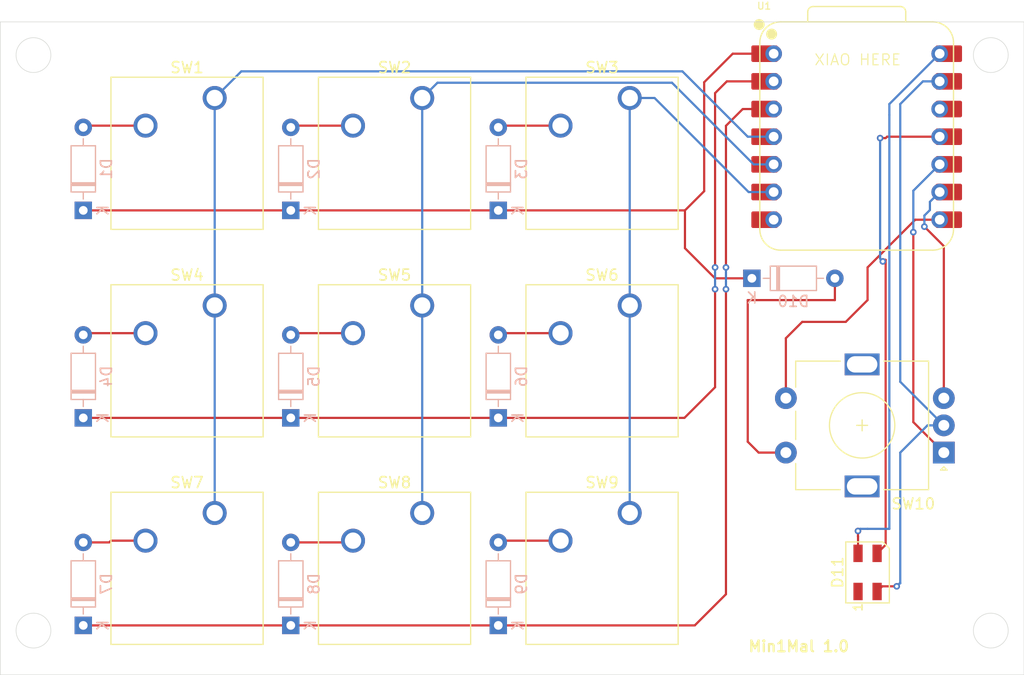
<source format=kicad_pcb>
(kicad_pcb (version 20240108) (generator "pcbnew") (generator_version "8.0")
  (layers (0 "F.Cu" signal) (31 "B.Cu" signal) (34 "B.Paste" user) (35 "F.Paste" user) (36 "B.SilkS" user "B.Silkscreen") (37 "F.SilkS" user "F.Silkscreen") (38 "B.Mask" user) (39 "F.Mask" user) (44 "Edge.Cuts" user))
  (net 0 "")
  (net 1 "GND")
  (net 2 "Row 0")
  (net 3 "Net-(D1-A)")
  (net 4 "Net-(D2-A)")
  (net 5 "Net-(D3-A)")
  (net 6 "Row 1")
  (net 7 "Net-(D4-A)")
  (net 8 "Net-(D5-A)")
  (net 9 "Net-(D6-A)")
  (net 10 "Net-(D7-A)")
  (net 11 "Row 2")
  (net 12 "Net-(D8-A)")
  (net 13 "Net-(D9-A)")
  (net 14 "Column 0")
  (net 15 "Column 2")
  (net 16 "Column 3")
  (net 17 "ECSW-A")
  (net 18 "VCC")
  (net 20 "LED")
  (net 22 "Column 1")
  (net 23 "EC-A")
  (net 24 "EC-B")
  (footprint "Button_Switch_Keyboard:SW_Cherry_MX_1.00u_PCB" (layer "F.Cu") (at 116.5225 66.3575)
    (property "Reference" "SW7" (at -2.54 -2.794 0) (layer "F.SilkS"))
    (property "Value" "SW_Push_45deg")
    (fp_line (start -9.525 -1.905) (end 4.445 -1.905) (stroke (width 0.12)) (layer "F.SilkS"))
    (fp_line (start -9.525 12.065) (end -9.525 -1.905) (stroke (width 0.12)) (layer "F.SilkS"))
    (fp_line (start 4.445 -1.905) (end 4.445 12.065) (stroke (width 0.12)) (layer "F.SilkS"))
    (fp_line (start 4.445 12.065) (end -9.525 12.065) (stroke (width 0.12)) (layer "F.SilkS"))
    (pad "" np_thru_hole circle (at -7.62 5.08) (size 1.7 1.7) (drill 1.7) (layers "*.Cu" "*.Mask"))
    (pad "" np_thru_hole circle (at -2.54 5.08) (size 4 4) (drill 4) (layers "*.Cu" "*.Mask"))
    (pad "" np_thru_hole circle (at 2.54 5.08) (size 1.7 1.7) (drill 1.7) (layers "*.Cu" "*.Mask"))
    (pad "1" thru_hole circle (at 0 0) (size 2.2 2.2) (drill 1.5) (layers "*.Cu" "*.Mask") (net 14 "Column 0"))
    (pad "2" thru_hole circle (at -6.35 2.54) (size 2.2 2.2) (drill 1.5) (layers "*.Cu" "*.Mask") (net 10 "Net-(D7-A)"))
  )
  (footprint "Button_Switch_Keyboard:SW_Cherry_MX_1.00u_PCB" (layer "F.Cu") (at 116.5225 28.2575)
    (property "Reference" "SW1" (at -2.54 -2.794 0) (layer "F.SilkS"))
    (property "Value" "SW_Push_45deg")
    (fp_line (start -9.525 -1.905) (end 4.445 -1.905) (stroke (width 0.12)) (layer "F.SilkS"))
    (fp_line (start -9.525 12.065) (end -9.525 -1.905) (stroke (width 0.12)) (layer "F.SilkS"))
    (fp_line (start 4.445 -1.905) (end 4.445 12.065) (stroke (width 0.12)) (layer "F.SilkS"))
    (fp_line (start 4.445 12.065) (end -9.525 12.065) (stroke (width 0.12)) (layer "F.SilkS"))
    (pad "" np_thru_hole circle (at -7.62 5.08) (size 1.7 1.7) (drill 1.7) (layers "*.Cu" "*.Mask"))
    (pad "" np_thru_hole circle (at -2.54 5.08) (size 4 4) (drill 4) (layers "*.Cu" "*.Mask"))
    (pad "" np_thru_hole circle (at 2.54 5.08) (size 1.7 1.7) (drill 1.7) (layers "*.Cu" "*.Mask"))
    (pad "1" thru_hole circle (at 0 0) (size 2.2 2.2) (drill 1.5) (layers "*.Cu" "*.Mask") (net 14 "Column 0"))
    (pad "2" thru_hole circle (at -6.35 2.54) (size 2.2 2.2) (drill 1.5) (layers "*.Cu" "*.Mask") (net 3 "Net-(D1-A)"))
  )
  (footprint "Rotary_Encoder:RotaryEncoder_Alps_EC11E-Switch_Vertical_H20mm" (layer "F.Cu") (at 183.4575 60.8125 180)
    (property "Reference" "SW10" (at 2.8 -4.7 0) (layer "F.SilkS"))
    (property "Value" "RotaryEncoder_Switch")
    (fp_line (start 13.6 8.4) (end 9.5 8.4) (stroke (width 0.12)) (layer "F.SilkS"))
    (fp_line (start 13.6 6) (end 13.6 8.4) (stroke (width 0.12)) (layer "F.SilkS"))
    (fp_line (start 13.6 1.2) (end 13.6 3.8) (stroke (width 0.12)) (layer "F.SilkS"))
    (fp_line (start 13.6 -3.4) (end 13.6 -1) (stroke (width 0.12)) (layer "F.SilkS"))
    (fp_line (start 9.5 -3.4) (end 13.6 -3.4) (stroke (width 0.12)) (layer "F.SilkS"))
    (fp_line (start 7.5 2) (end 7.5 3) (stroke (width 0.12)) (layer "F.SilkS"))
    (fp_line (start 7 2.5) (end 8 2.5) (stroke (width 0.12)) (layer "F.SilkS"))
    (fp_line (start 5.5 8.4) (end 1.4 8.4) (stroke (width 0.12)) (layer "F.SilkS"))
    (fp_line (start 5.5 -3.4) (end 1.4 -3.4) (stroke (width 0.12)) (layer "F.SilkS"))
    (fp_line (start 1.4 -3.4) (end 1.4 8.4) (stroke (width 0.12)) (layer "F.SilkS"))
    (fp_line (start 0.3 -1.6) (end 0 -1.3) (stroke (width 0.12)) (layer "F.SilkS"))
    (fp_line (start 0 -1.3) (end -0.3 -1.6) (stroke (width 0.12)) (layer "F.SilkS"))
    (fp_line (start -0.3 -1.6) (end 0.3 -1.6) (stroke (width 0.12)) (layer "F.SilkS"))
    (fp_circle (center 7.5 2.5) (end 10.5 2.5) (stroke (width 0.12)) (fill none) (layer "F.SilkS"))
    (pad "A" thru_hole rect (at 0 0 180) (size 2 2) (drill 1) (layers "*.Cu" "*.Mask") (net 23 "EC-A"))
    (pad "B" thru_hole circle (at 0 5 180) (size 2 2) (drill 1) (layers "*.Cu" "*.Mask") (net 24 "EC-B"))
    (pad "C" thru_hole circle (at 0 2.5 180) (size 2 2) (drill 1) (layers "*.Cu" "*.Mask") (net 1 "GND"))
    (pad "MP" thru_hole rect (at 7.5 -3.1 180) (size 3.2 2) (drill oval 2.8 1.5) (layers "*.Cu" "*.Mask"))
    (pad "MP" thru_hole rect (at 7.5 8.1 180) (size 3.2 2) (drill oval 2.8 1.5) (layers "*.Cu" "*.Mask"))
    (pad "S1" thru_hole circle (at 14.5 5 180) (size 2 2) (drill 1) (layers "*.Cu" "*.Mask") (net 16 "Column 3"))
    (pad "S2" thru_hole circle (at 14.5 0 180) (size 2 2) (drill 1) (layers "*.Cu" "*.Mask") (net 17 "ECSW-A"))
  )
  (footprint "Button_Switch_Keyboard:SW_Cherry_MX_1.00u_PCB" (layer "F.Cu") (at 135.5725 28.2575)
    (property "Reference" "SW2" (at -2.54 -2.794 0) (layer "F.SilkS"))
    (property "Value" "SW_Push_45deg")
    (fp_line (start -9.525 -1.905) (end 4.445 -1.905) (stroke (width 0.12)) (layer "F.SilkS"))
    (fp_line (start -9.525 12.065) (end -9.525 -1.905) (stroke (width 0.12)) (layer "F.SilkS"))
    (fp_line (start 4.445 -1.905) (end 4.445 12.065) (stroke (width 0.12)) (layer "F.SilkS"))
    (fp_line (start 4.445 12.065) (end -9.525 12.065) (stroke (width 0.12)) (layer "F.SilkS"))
    (pad "" np_thru_hole circle (at -7.62 5.08) (size 1.7 1.7) (drill 1.7) (layers "*.Cu" "*.Mask"))
    (pad "" np_thru_hole circle (at -2.54 5.08) (size 4 4) (drill 4) (layers "*.Cu" "*.Mask"))
    (pad "" np_thru_hole circle (at 2.54 5.08) (size 1.7 1.7) (drill 1.7) (layers "*.Cu" "*.Mask"))
    (pad "1" thru_hole circle (at 0 0) (size 2.2 2.2) (drill 1.5) (layers "*.Cu" "*.Mask") (net 22 "Column 1"))
    (pad "2" thru_hole circle (at -6.35 2.54) (size 2.2 2.2) (drill 1.5) (layers "*.Cu" "*.Mask") (net 4 "Net-(D2-A)"))
  )
  (footprint "Button_Switch_Keyboard:SW_Cherry_MX_1.00u_PCB" (layer "F.Cu") (at 135.5725 66.3575)
    (property "Reference" "SW8" (at -2.54 -2.794 0) (layer "F.SilkS"))
    (property "Value" "SW_Push_45deg")
    (fp_line (start -9.525 -1.905) (end 4.445 -1.905) (stroke (width 0.12)) (layer "F.SilkS"))
    (fp_line (start -9.525 12.065) (end -9.525 -1.905) (stroke (width 0.12)) (layer "F.SilkS"))
    (fp_line (start 4.445 -1.905) (end 4.445 12.065) (stroke (width 0.12)) (layer "F.SilkS"))
    (fp_line (start 4.445 12.065) (end -9.525 12.065) (stroke (width 0.12)) (layer "F.SilkS"))
    (pad "" np_thru_hole circle (at -7.62 5.08) (size 1.7 1.7) (drill 1.7) (layers "*.Cu" "*.Mask"))
    (pad "" np_thru_hole circle (at -2.54 5.08) (size 4 4) (drill 4) (layers "*.Cu" "*.Mask"))
    (pad "" np_thru_hole circle (at 2.54 5.08) (size 1.7 1.7) (drill 1.7) (layers "*.Cu" "*.Mask"))
    (pad "1" thru_hole circle (at 0 0) (size 2.2 2.2) (drill 1.5) (layers "*.Cu" "*.Mask") (net 22 "Column 1"))
    (pad "2" thru_hole circle (at -6.35 2.54) (size 2.2 2.2) (drill 1.5) (layers "*.Cu" "*.Mask") (net 12 "Net-(D8-A)"))
  )
  (footprint "Button_Switch_Keyboard:SW_Cherry_MX_1.00u_PCB" (layer "F.Cu") (at 154.6225 28.2575)
    (property "Reference" "SW3" (at -2.54 -2.794 0) (layer "F.SilkS"))
    (property "Value" "SW_Push_45deg")
    (fp_line (start -9.525 -1.905) (end 4.445 -1.905) (stroke (width 0.12)) (layer "F.SilkS"))
    (fp_line (start -9.525 12.065) (end -9.525 -1.905) (stroke (width 0.12)) (layer "F.SilkS"))
    (fp_line (start 4.445 -1.905) (end 4.445 12.065) (stroke (width 0.12)) (layer "F.SilkS"))
    (fp_line (start 4.445 12.065) (end -9.525 12.065) (stroke (width 0.12)) (layer "F.SilkS"))
    (pad "" np_thru_hole circle (at -7.62 5.08) (size 1.7 1.7) (drill 1.7) (layers "*.Cu" "*.Mask"))
    (pad "" np_thru_hole circle (at -2.54 5.08) (size 4 4) (drill 4) (layers "*.Cu" "*.Mask"))
    (pad "" np_thru_hole circle (at 2.54 5.08) (size 1.7 1.7) (drill 1.7) (layers "*.Cu" "*.Mask"))
    (pad "1" thru_hole circle (at 0 0) (size 2.2 2.2) (drill 1.5) (layers "*.Cu" "*.Mask") (net 15 "Column 2"))
    (pad "2" thru_hole circle (at -6.35 2.54) (size 2.2 2.2) (drill 1.5) (layers "*.Cu" "*.Mask") (net 5 "Net-(D3-A)"))
  )
  (footprint "XIAO2040:XIAO-RP2040-DIP" (layer "F.Cu") (at 175.4575 31.8125)
    (property "Reference" "U1" (at -8.5 -12 0) (layer "F.SilkS") (effects (font (size 0.635 0.635) (thickness 0.1016))))
    (property "Value" "MOUDLE-SEEEDUINO-XIAO")
    (fp_line (start -8.89 8.509) (end -8.89 -8.636) (stroke (width 0.127)) (layer "F.SilkS"))
    (fp_line (start -6.985 10.414) (end 6.985 10.414) (stroke (width 0.127)) (layer "F.SilkS"))
    (fp_line (start -4.495 -10.541) (end -4.491272 -11.451272) (stroke (width 0.127)) (layer "F.SilkS"))
    (fp_line (start -3.991272 -11.951) (end 4.004 -11.951) (stroke (width 0.127)) (layer "F.SilkS"))
    (fp_line (start 4.504 -11.451) (end 4.504 -10.541) (stroke (width 0.127)) (layer "F.SilkS"))
    (fp_line (start 6.985 -10.541) (end -6.985 -10.541) (stroke (width 0.1)) (layer "F.SilkS"))
    (fp_line (start 6.985 -10.541) (end -6.985 -10.541) (stroke (width 0.127)) (layer "F.SilkS"))
    (fp_line (start 8.89 8.509) (end 8.89 -8.636) (stroke (width 0.127)) (layer "F.SilkS"))
    (fp_arc (start -8.89 -8.636) (mid -8.332038 -9.983038) (end -6.985 -10.541) (stroke (width 0.127)) (layer "F.SilkS"))
    (fp_arc (start -6.985 10.414) (mid -8.332038 9.856038) (end -8.89 8.509) (stroke (width 0.127)) (layer "F.SilkS"))
    (fp_arc (start -4.491272 -11.451272) (mid -4.344724 -11.804644) (end -3.991272 -11.951) (stroke (width 0.127)) (layer "F.SilkS"))
    (fp_arc (start 4.004 -11.951) (mid 4.357553 -11.804553) (end 4.504 -11.451) (stroke (width 0.127)) (layer "F.SilkS"))
    (fp_arc (start 6.985 -10.541) (mid 8.332038 -9.983038) (end 8.89 -8.636) (stroke (width 0.127)) (layer "F.SilkS"))
    (fp_arc (start 8.89 8.509) (mid 8.332038 9.856038) (end 6.985 10.414) (stroke (width 0.127)) (layer "F.SilkS"))
    (fp_circle (center -8.95 -10.3) (end -8.95 -10.554) (stroke (width 0.5)) (fill solid) (layer "F.SilkS"))
    (fp_circle (center -7.807 -9.42) (end -7.807 -9.674) (stroke (width 0.5)) (fill solid) (layer "F.SilkS"))
    (pad "1" smd roundrect (at -8.455 -7.62 180) (size 2.432 1.524) (layers "F.Cu" "F.Mask") (roundrect_rratio 0.1) (net 2 "Row 0"))
    (pad "1" thru_hole circle (at -7.62 -7.62 180) (size 1.524 1.524) (drill 0.889) (layers "*.Cu" "*.Mask") (net 2 "Row 0"))
    (pad "2" smd roundrect (at -8.455 -5.08 180) (size 2.432 1.524) (layers "F.Cu" "F.Mask") (roundrect_rratio 0.1) (net 6 "Row 1"))
    (pad "2" thru_hole circle (at -7.62 -5.08 180) (size 1.524 1.524) (drill 0.889) (layers "*.Cu" "*.Mask") (net 6 "Row 1"))
    (pad "3" smd roundrect (at -8.455 -2.54 180) (size 2.432 1.524) (layers "F.Cu" "F.Mask") (roundrect_rratio 0.1) (net 11 "Row 2"))
    (pad "3" thru_hole circle (at -7.62 -2.54 180) (size 1.524 1.524) (drill 0.889) (layers "*.Cu" "*.Mask") (net 11 "Row 2"))
    (pad "4" smd roundrect (at -8.455 0 180) (size 2.432 1.524) (layers "F.Cu" "F.Mask") (roundrect_rratio 0.1) (net 14 "Column 0"))
    (pad "4" thru_hole circle (at -7.62 0 180) (size 1.524 1.524) (drill 0.889) (layers "*.Cu" "*.Mask") (net 14 "Column 0"))
    (pad "5" smd roundrect (at -8.455 2.54 180) (size 2.432 1.524) (layers "F.Cu" "F.Mask") (roundrect_rratio 0.1) (net 22 "Column 1"))
    (pad "5" thru_hole circle (at -7.62 2.54 180) (size 1.524 1.524) (drill 0.889) (layers "*.Cu" "*.Mask") (net 22 "Column 1"))
    (pad "6" smd roundrect (at -8.455 5.08 180) (size 2.432 1.524) (layers "F.Cu" "F.Mask") (roundrect_rratio 0.1) (net 15 "Column 2"))
    (pad "6" thru_hole circle (at -7.62 5.08 180) (size 1.524 1.524) (drill 0.889) (layers "*.Cu" "*.Mask") (net 15 "Column 2"))
    (pad "7" smd roundrect (at -8.455 7.62 180) (size 2.432 1.524) (layers "F.Cu" "F.Mask") (roundrect_rratio 0.1))
    (pad "7" thru_hole circle (at -7.62 7.62 180) (size 1.524 1.524) (drill 0.889) (layers "*.Cu" "*.Mask"))
    (pad "8" thru_hole circle (at 7.62 7.62) (size 1.524 1.524) (drill 0.889) (layers "*.Cu" "*.Mask") (net 16 "Column 3"))
    (pad "8" smd roundrect (at 8.455 7.62) (size 2.432 1.524) (layers "F.Cu" "F.Mask") (roundrect_rratio 0.1) (net 16 "Column 3"))
    (pad "9" thru_hole circle (at 7.62 5.08) (size 1.524 1.524) (drill 0.889) (layers "*.Cu" "*.Mask") (net 24 "EC-B"))
    (pad "9" smd roundrect (at 8.455 5.08) (size 2.432 1.524) (layers "F.Cu" "F.Mask") (roundrect_rratio 0.1) (net 24 "EC-B"))
    (pad "10" thru_hole circle (at 7.62 2.54) (size 1.524 1.524) (drill 0.889) (layers "*.Cu" "*.Mask") (net 23 "EC-A"))
    (pad "10" smd roundrect (at 8.455 2.54) (size 2.432 1.524) (layers "F.Cu" "F.Mask") (roundrect_rratio 0.1) (net 23 "EC-A"))
    (pad "11" thru_hole circle (at 7.62 0) (size 1.524 1.524) (drill 0.889) (layers "*.Cu" "*.Mask") (net 20 "LED"))
    (pad "11" smd roundrect (at 8.455 0) (size 2.432 1.524) (layers "F.Cu" "F.Mask") (roundrect_rratio 0.1) (net 20 "LED"))
    (pad "12" thru_hole circle (at 7.62 -2.54) (size 1.524 1.524) (drill 0.889) (layers "*.Cu" "*.Mask"))
    (pad "12" smd roundrect (at 8.455 -2.54) (size 2.432 1.524) (layers "F.Cu" "F.Mask") (roundrect_rratio 0.1))
    (pad "13" thru_hole circle (at 7.62 -5.08) (size 1.524 1.524) (drill 0.889) (layers "*.Cu" "*.Mask") (net 1 "GND"))
    (pad "13" smd roundrect (at 8.455 -5.08) (size 2.432 1.524) (layers "F.Cu" "F.Mask") (roundrect_rratio 0.1) (net 1 "GND"))
    (pad "14" thru_hole circle (at 7.62 -7.62) (size 1.524 1.524) (drill 0.889) (layers "*.Cu" "*.Mask") (net 18 "VCC"))
    (pad "14" smd roundrect (at 8.455 -7.62) (size 2.432 1.524) (layers "F.Cu" "F.Mask") (roundrect_rratio 0.1) (net 18 "VCC"))
  )
  (footprint "Button_Switch_Keyboard:SW_Cherry_MX_1.00u_PCB" (layer "F.Cu") (at 154.6225 47.3075)
    (property "Reference" "SW6" (at -2.54 -2.794 0) (layer "F.SilkS"))
    (property "Value" "SW_Push_45deg")
    (fp_line (start -9.525 -1.905) (end 4.445 -1.905) (stroke (width 0.12)) (layer "F.SilkS"))
    (fp_line (start -9.525 12.065) (end -9.525 -1.905) (stroke (width 0.12)) (layer "F.SilkS"))
    (fp_line (start 4.445 -1.905) (end 4.445 12.065) (stroke (width 0.12)) (layer "F.SilkS"))
    (fp_line (start 4.445 12.065) (end -9.525 12.065) (stroke (width 0.12)) (layer "F.SilkS"))
    (pad "" np_thru_hole circle (at -7.62 5.08) (size 1.7 1.7) (drill 1.7) (layers "*.Cu" "*.Mask"))
    (pad "" np_thru_hole circle (at -2.54 5.08) (size 4 4) (drill 4) (layers "*.Cu" "*.Mask"))
    (pad "" np_thru_hole circle (at 2.54 5.08) (size 1.7 1.7) (drill 1.7) (layers "*.Cu" "*.Mask"))
    (pad "1" thru_hole circle (at 0 0) (size 2.2 2.2) (drill 1.5) (layers "*.Cu" "*.Mask") (net 15 "Column 2"))
    (pad "2" thru_hole circle (at -6.35 2.54) (size 2.2 2.2) (drill 1.5) (layers "*.Cu" "*.Mask") (net 9 "Net-(D6-A)"))
  )
  (footprint "LED_SMD:LED_SK6812MINI_PLCC4_3.5x3.5mm_P1.75mm" (layer "F.Cu") (at 176.4575 71.8125 90)
    (property "Reference" "D11" (at 0 -2.75 90) (layer "F.SilkS"))
    (property "Value" "SK6812MINI")
    (fp_line (start -2.8 -2) (end 2.8 -2) (stroke (width 0.12)) (layer "F.SilkS"))
    (fp_line (start -2.8 -2) (end -2.8 2) (stroke (width 0.12)) (layer "F.SilkS"))
    (fp_line (start 2.8 1.4) (end 2.8 -2) (stroke (width 0.12)) (layer "F.SilkS"))
    (fp_line (start 2.8 1.4) (end 2.2 2) (stroke (width 0.12)) (layer "F.SilkS"))
    (fp_line (start -2.8 2) (end 2.2 2) (stroke (width 0.12)) (layer "F.SilkS"))
    (fp_text user "1" (at -3.2 -0.875 90) (layer "F.SilkS") (effects (font (size 0.8 0.8))))
    (pad "1" smd rect (at -1.75 -0.875 90) (size 1.6 0.85) (layers "F.Cu" "F.Paste" "F.Mask"))
    (pad "2" smd rect (at -1.75 0.875 90) (size 1.6 0.85) (layers "F.Cu" "F.Paste" "F.Mask") (net 1 "GND"))
    (pad "3" smd rect (at 1.75 0.875 90) (size 1.6 0.85) (layers "F.Cu" "F.Paste" "F.Mask") (net 20 "LED"))
    (pad "4" smd rect (at 1.75 -0.875 90) (size 1.6 0.85) (layers "F.Cu" "F.Paste" "F.Mask") (net 18 "VCC"))
  )
  (footprint "Button_Switch_Keyboard:SW_Cherry_MX_1.00u_PCB" (layer "F.Cu") (at 116.5225 47.3075)
    (property "Reference" "SW4" (at -2.54 -2.794 0) (layer "F.SilkS"))
    (property "Value" "SW_Push_45deg")
    (fp_line (start -9.525 -1.905) (end 4.445 -1.905) (stroke (width 0.12)) (layer "F.SilkS"))
    (fp_line (start -9.525 12.065) (end -9.525 -1.905) (stroke (width 0.12)) (layer "F.SilkS"))
    (fp_line (start 4.445 -1.905) (end 4.445 12.065) (stroke (width 0.12)) (layer "F.SilkS"))
    (fp_line (start 4.445 12.065) (end -9.525 12.065) (stroke (width 0.12)) (layer "F.SilkS"))
    (pad "" np_thru_hole circle (at -7.62 5.08) (size 1.7 1.7) (drill 1.7) (layers "*.Cu" "*.Mask"))
    (pad "" np_thru_hole circle (at -2.54 5.08) (size 4 4) (drill 4) (layers "*.Cu" "*.Mask"))
    (pad "" np_thru_hole circle (at 2.54 5.08) (size 1.7 1.7) (drill 1.7) (layers "*.Cu" "*.Mask"))
    (pad "1" thru_hole circle (at 0 0) (size 2.2 2.2) (drill 1.5) (layers "*.Cu" "*.Mask") (net 14 "Column 0"))
    (pad "2" thru_hole circle (at -6.35 2.54) (size 2.2 2.2) (drill 1.5) (layers "*.Cu" "*.Mask") (net 7 "Net-(D4-A)"))
  )
  (footprint "Button_Switch_Keyboard:SW_Cherry_MX_1.00u_PCB" (layer "F.Cu") (at 154.6225 66.3575)
    (property "Reference" "SW9" (at -2.54 -2.794 0) (layer "F.SilkS"))
    (property "Value" "SW_Push_45deg")
    (fp_line (start -9.525 -1.905) (end 4.445 -1.905) (stroke (width 0.12)) (layer "F.SilkS"))
    (fp_line (start -9.525 12.065) (end -9.525 -1.905) (stroke (width 0.12)) (layer "F.SilkS"))
    (fp_line (start 4.445 -1.905) (end 4.445 12.065) (stroke (width 0.12)) (layer "F.SilkS"))
    (fp_line (start 4.445 12.065) (end -9.525 12.065) (stroke (width 0.12)) (layer "F.SilkS"))
    (pad "" np_thru_hole circle (at -7.62 5.08) (size 1.7 1.7) (drill 1.7) (layers "*.Cu" "*.Mask"))
    (pad "" np_thru_hole circle (at -2.54 5.08) (size 4 4) (drill 4) (layers "*.Cu" "*.Mask"))
    (pad "" np_thru_hole circle (at 2.54 5.08) (size 1.7 1.7) (drill 1.7) (layers "*.Cu" "*.Mask"))
    (pad "1" thru_hole circle (at 0 0) (size 2.2 2.2) (drill 1.5) (layers "*.Cu" "*.Mask") (net 15 "Column 2"))
    (pad "2" thru_hole circle (at -6.35 2.54) (size 2.2 2.2) (drill 1.5) (layers "*.Cu" "*.Mask") (net 13 "Net-(D9-A)"))
  )
  (footprint "Button_Switch_Keyboard:SW_Cherry_MX_1.00u_PCB" (layer "F.Cu") (at 135.5725 47.3075)
    (property "Reference" "SW5" (at -2.54 -2.794 0) (layer "F.SilkS"))
    (property "Value" "SW_Push_45deg")
    (fp_line (start -9.525 -1.905) (end 4.445 -1.905) (stroke (width 0.12)) (layer "F.SilkS"))
    (fp_line (start -9.525 12.065) (end -9.525 -1.905) (stroke (width 0.12)) (layer "F.SilkS"))
    (fp_line (start 4.445 -1.905) (end 4.445 12.065) (stroke (width 0.12)) (layer "F.SilkS"))
    (fp_line (start 4.445 12.065) (end -9.525 12.065) (stroke (width 0.12)) (layer "F.SilkS"))
    (pad "" np_thru_hole circle (at -7.62 5.08) (size 1.7 1.7) (drill 1.7) (layers "*.Cu" "*.Mask"))
    (pad "" np_thru_hole circle (at -2.54 5.08) (size 4 4) (drill 4) (layers "*.Cu" "*.Mask"))
    (pad "" np_thru_hole circle (at 2.54 5.08) (size 1.7 1.7) (drill 1.7) (layers "*.Cu" "*.Mask"))
    (pad "1" thru_hole circle (at 0 0) (size 2.2 2.2) (drill 1.5) (layers "*.Cu" "*.Mask") (net 22 "Column 1"))
    (pad "2" thru_hole circle (at -6.35 2.54) (size 2.2 2.2) (drill 1.5) (layers "*.Cu" "*.Mask") (net 8 "Net-(D5-A)"))
  )
  (footprint "Diode_THT:D_DO-35_SOD27_P7.62mm_Horizontal" (layer "B.Cu") (at 104.4575 76.67625 90)
    (property "Reference" "D7" (at 3.81 2.12 -90) (layer "B.SilkS") (effects (justify mirror)))
    (property "Value" "D")
    (fp_line (start 5.93 -1.12) (end 1.69 -1.12) (stroke (width 0.12)) (layer "B.SilkS"))
    (fp_line (start 2.53 -1.12) (end 2.53 1.12) (stroke (width 0.12)) (layer "B.SilkS"))
    (fp_line (start 2.41 -1.12) (end 2.41 1.12) (stroke (width 0.12)) (layer "B.SilkS"))
    (fp_line (start 2.29 -1.12) (end 2.29 1.12) (stroke (width 0.12)) (layer "B.SilkS"))
    (fp_line (start 1.69 -1.12) (end 1.69 1.12) (stroke (width 0.12)) (layer "B.SilkS"))
    (fp_line (start 5.93 0) (end 6.58 0) (stroke (width 0.12)) (layer "B.SilkS"))
    (fp_line (start 1.69 0) (end 1.04 0) (stroke (width 0.12)) (layer "B.SilkS"))
    (fp_line (start 5.93 1.12) (end 5.93 -1.12) (stroke (width 0.12)) (layer "B.SilkS"))
    (fp_line (start 1.69 1.12) (end 5.93 1.12) (stroke (width 0.12)) (layer "B.SilkS"))
    (fp_text user "K" (at 0 1.8 -90) (layer "B.SilkS") (effects (justify mirror)))
    (pad "1" thru_hole rect (at 0 0 90) (size 1.6 1.6) (drill 0.8) (layers "*.Cu" "*.Mask") (net 11 "Row 2"))
    (pad "2" thru_hole oval (at 7.62 0 90) (size 1.6 1.6) (drill 0.8) (layers "*.Cu" "*.Mask") (net 10 "Net-(D7-A)"))
  )
  (footprint "Diode_THT:D_DO-35_SOD27_P7.62mm_Horizontal" (layer "B.Cu") (at 123.5075 38.57625 90)
    (property "Reference" "D2" (at 3.81 2.12 -90) (layer "B.SilkS") (effects (justify mirror)))
    (property "Value" "D")
    (fp_line (start 5.93 -1.12) (end 1.69 -1.12) (stroke (width 0.12)) (layer "B.SilkS"))
    (fp_line (start 2.53 -1.12) (end 2.53 1.12) (stroke (width 0.12)) (layer "B.SilkS"))
    (fp_line (start 2.41 -1.12) (end 2.41 1.12) (stroke (width 0.12)) (layer "B.SilkS"))
    (fp_line (start 2.29 -1.12) (end 2.29 1.12) (stroke (width 0.12)) (layer "B.SilkS"))
    (fp_line (start 1.69 -1.12) (end 1.69 1.12) (stroke (width 0.12)) (layer "B.SilkS"))
    (fp_line (start 5.93 0) (end 6.58 0) (stroke (width 0.12)) (layer "B.SilkS"))
    (fp_line (start 1.69 0) (end 1.04 0) (stroke (width 0.12)) (layer "B.SilkS"))
    (fp_line (start 5.93 1.12) (end 5.93 -1.12) (stroke (width 0.12)) (layer "B.SilkS"))
    (fp_line (start 1.69 1.12) (end 5.93 1.12) (stroke (width 0.12)) (layer "B.SilkS"))
    (fp_text user "K" (at 0 1.8 -90) (layer "B.SilkS") (effects (justify mirror)))
    (pad "1" thru_hole rect (at 0 0 90) (size 1.6 1.6) (drill 0.8) (layers "*.Cu" "*.Mask") (net 2 "Row 0"))
    (pad "2" thru_hole oval (at 7.62 0 90) (size 1.6 1.6) (drill 0.8) (layers "*.Cu" "*.Mask") (net 4 "Net-(D2-A)"))
  )
  (footprint "Diode_THT:D_DO-35_SOD27_P7.62mm_Horizontal" (layer "B.Cu") (at 123.5075 57.62625 90)
    (property "Reference" "D5" (at 3.81 2.12 -90) (layer "B.SilkS") (effects (justify mirror)))
    (property "Value" "D")
    (fp_line (start 5.93 -1.12) (end 1.69 -1.12) (stroke (width 0.12)) (layer "B.SilkS"))
    (fp_line (start 2.53 -1.12) (end 2.53 1.12) (stroke (width 0.12)) (layer "B.SilkS"))
    (fp_line (start 2.41 -1.12) (end 2.41 1.12) (stroke (width 0.12)) (layer "B.SilkS"))
    (fp_line (start 2.29 -1.12) (end 2.29 1.12) (stroke (width 0.12)) (layer "B.SilkS"))
    (fp_line (start 1.69 -1.12) (end 1.69 1.12) (stroke (width 0.12)) (layer "B.SilkS"))
    (fp_line (start 5.93 0) (end 6.58 0) (stroke (width 0.12)) (layer "B.SilkS"))
    (fp_line (start 1.69 0) (end 1.04 0) (stroke (width 0.12)) (layer "B.SilkS"))
    (fp_line (start 5.93 1.12) (end 5.93 -1.12) (stroke (width 0.12)) (layer "B.SilkS"))
    (fp_line (start 1.69 1.12) (end 5.93 1.12) (stroke (width 0.12)) (layer "B.SilkS"))
    (fp_text user "K" (at 0 1.8 -90) (layer "B.SilkS") (effects (justify mirror)))
    (pad "1" thru_hole rect (at 0 0 90) (size 1.6 1.6) (drill 0.8) (layers "*.Cu" "*.Mask") (net 6 "Row 1"))
    (pad "2" thru_hole oval (at 7.62 0 90) (size 1.6 1.6) (drill 0.8) (layers "*.Cu" "*.Mask") (net 8 "Net-(D5-A)"))
  )
  (footprint "Diode_THT:D_DO-35_SOD27_P7.62mm_Horizontal" (layer "B.Cu") (at 142.5575 38.57625 90)
    (property "Reference" "D3" (at 3.81 2.12 -90) (layer "B.SilkS") (effects (justify mirror)))
    (property "Value" "D")
    (fp_line (start 5.93 -1.12) (end 1.69 -1.12) (stroke (width 0.12)) (layer "B.SilkS"))
    (fp_line (start 2.53 -1.12) (end 2.53 1.12) (stroke (width 0.12)) (layer "B.SilkS"))
    (fp_line (start 2.41 -1.12) (end 2.41 1.12) (stroke (width 0.12)) (layer "B.SilkS"))
    (fp_line (start 2.29 -1.12) (end 2.29 1.12) (stroke (width 0.12)) (layer "B.SilkS"))
    (fp_line (start 1.69 -1.12) (end 1.69 1.12) (stroke (width 0.12)) (layer "B.SilkS"))
    (fp_line (start 5.93 0) (end 6.58 0) (stroke (width 0.12)) (layer "B.SilkS"))
    (fp_line (start 1.69 0) (end 1.04 0) (stroke (width 0.12)) (layer "B.SilkS"))
    (fp_line (start 5.93 1.12) (end 5.93 -1.12) (stroke (width 0.12)) (layer "B.SilkS"))
    (fp_line (start 1.69 1.12) (end 5.93 1.12) (stroke (width 0.12)) (layer "B.SilkS"))
    (fp_text user "K" (at 0 1.8 -90) (layer "B.SilkS") (effects (justify mirror)))
    (pad "1" thru_hole rect (at 0 0 90) (size 1.6 1.6) (drill 0.8) (layers "*.Cu" "*.Mask") (net 2 "Row 0"))
    (pad "2" thru_hole oval (at 7.62 0 90) (size 1.6 1.6) (drill 0.8) (layers "*.Cu" "*.Mask") (net 5 "Net-(D3-A)"))
  )
  (footprint "Diode_THT:D_DO-35_SOD27_P7.62mm_Horizontal" (layer "B.Cu") (at 165.8375 44.8125)
    (property "Reference" "D10" (at 3.81 2.12 0) (layer "B.SilkS") (effects (justify mirror)))
    (property "Value" "D")
    (fp_line (start 1.69 -1.12) (end 1.69 1.12) (stroke (width 0.12)) (layer "B.SilkS"))
    (fp_line (start 1.69 0) (end 1.04 0) (stroke (width 0.12)) (layer "B.SilkS"))
    (fp_line (start 1.69 1.12) (end 5.93 1.12) (stroke (width 0.12)) (layer "B.SilkS"))
    (fp_line (start 2.29 -1.12) (end 2.29 1.12) (stroke (width 0.12)) (layer "B.SilkS"))
    (fp_line (start 2.41 -1.12) (end 2.41 1.12) (stroke (width 0.12)) (layer "B.SilkS"))
    (fp_line (start 2.53 -1.12) (end 2.53 1.12) (stroke (width 0.12)) (layer "B.SilkS"))
    (fp_line (start 5.93 -1.12) (end 1.69 -1.12) (stroke (width 0.12)) (layer "B.SilkS"))
    (fp_line (start 5.93 0) (end 6.58 0) (stroke (width 0.12)) (layer "B.SilkS"))
    (fp_line (start 5.93 1.12) (end 5.93 -1.12) (stroke (width 0.12)) (layer "B.SilkS"))
    (fp_text user "K" (at 0 1.8 0) (layer "B.SilkS") (effects (justify mirror)))
    (pad "1" thru_hole rect (at 0 0) (size 1.6 1.6) (drill 0.8) (layers "*.Cu" "*.Mask") (net 2 "Row 0"))
    (pad "2" thru_hole oval (at 7.62 0) (size 1.6 1.6) (drill 0.8) (layers "*.Cu" "*.Mask") (net 17 "ECSW-A"))
  )
  (footprint "Diode_THT:D_DO-35_SOD27_P7.62mm_Horizontal" (layer "B.Cu") (at 142.5575 76.67625 90)
    (property "Reference" "D9" (at 3.81 2.12 -90) (layer "B.SilkS") (effects (justify mirror)))
    (property "Value" "D")
    (fp_line (start 5.93 -1.12) (end 1.69 -1.12) (stroke (width 0.12)) (layer "B.SilkS"))
    (fp_line (start 2.53 -1.12) (end 2.53 1.12) (stroke (width 0.12)) (layer "B.SilkS"))
    (fp_line (start 2.41 -1.12) (end 2.41 1.12) (stroke (width 0.12)) (layer "B.SilkS"))
    (fp_line (start 2.29 -1.12) (end 2.29 1.12) (stroke (width 0.12)) (layer "B.SilkS"))
    (fp_line (start 1.69 -1.12) (end 1.69 1.12) (stroke (width 0.12)) (layer "B.SilkS"))
    (fp_line (start 5.93 0) (end 6.58 0) (stroke (width 0.12)) (layer "B.SilkS"))
    (fp_line (start 1.69 0) (end 1.04 0) (stroke (width 0.12)) (layer "B.SilkS"))
    (fp_line (start 5.93 1.12) (end 5.93 -1.12) (stroke (width 0.12)) (layer "B.SilkS"))
    (fp_line (start 1.69 1.12) (end 5.93 1.12) (stroke (width 0.12)) (layer "B.SilkS"))
    (fp_text user "K" (at 0 1.8 -90) (layer "B.SilkS") (effects (justify mirror)))
    (pad "1" thru_hole rect (at 0 0 90) (size 1.6 1.6) (drill 0.8) (layers "*.Cu" "*.Mask") (net 11 "Row 2"))
    (pad "2" thru_hole oval (at 7.62 0 90) (size 1.6 1.6) (drill 0.8) (layers "*.Cu" "*.Mask") (net 13 "Net-(D9-A)"))
  )
  (footprint "Diode_THT:D_DO-35_SOD27_P7.62mm_Horizontal" (layer "B.Cu") (at 104.4575 57.62625 90)
    (property "Reference" "D4" (at 3.81 2.12 -90) (layer "B.SilkS") (effects (justify mirror)))
    (property "Value" "D")
    (fp_line (start 5.93 -1.12) (end 1.69 -1.12) (stroke (width 0.12)) (layer "B.SilkS"))
    (fp_line (start 2.53 -1.12) (end 2.53 1.12) (stroke (width 0.12)) (layer "B.SilkS"))
    (fp_line (start 2.41 -1.12) (end 2.41 1.12) (stroke (width 0.12)) (layer "B.SilkS"))
    (fp_line (start 2.29 -1.12) (end 2.29 1.12) (stroke (width 0.12)) (layer "B.SilkS"))
    (fp_line (start 1.69 -1.12) (end 1.69 1.12) (stroke (width 0.12)) (layer "B.SilkS"))
    (fp_line (start 5.93 0) (end 6.58 0) (stroke (width 0.12)) (layer "B.SilkS"))
    (fp_line (start 1.69 0) (end 1.04 0) (stroke (width 0.12)) (layer "B.SilkS"))
    (fp_line (start 5.93 1.12) (end 5.93 -1.12) (stroke (width 0.12)) (layer "B.SilkS"))
    (fp_line (start 1.69 1.12) (end 5.93 1.12) (stroke (width 0.12)) (layer "B.SilkS"))
    (fp_text user "K" (at 0 1.8 -90) (layer "B.SilkS") (effects (justify mirror)))
    (pad "1" thru_hole rect (at 0 0 90) (size 1.6 1.6) (drill 0.8) (layers "*.Cu" "*.Mask") (net 6 "Row 1"))
    (pad "2" thru_hole oval (at 7.62 0 90) (size 1.6 1.6) (drill 0.8) (layers "*.Cu" "*.Mask") (net 7 "Net-(D4-A)"))
  )
  (footprint "Diode_THT:D_DO-35_SOD27_P7.62mm_Horizontal" (layer "B.Cu") (at 104.4575 38.57625 90)
    (property "Reference" "D1" (at 3.81 2.12 -90) (layer "B.SilkS") (effects (justify mirror)))
    (property "Value" "D")
    (fp_line (start 5.93 -1.12) (end 1.69 -1.12) (stroke (width 0.12)) (layer "B.SilkS"))
    (fp_line (start 2.53 -1.12) (end 2.53 1.12) (stroke (width 0.12)) (layer "B.SilkS"))
    (fp_line (start 2.41 -1.12) (end 2.41 1.12) (stroke (width 0.12)) (layer "B.SilkS"))
    (fp_line (start 2.29 -1.12) (end 2.29 1.12) (stroke (width 0.12)) (layer "B.SilkS"))
    (fp_line (start 1.69 -1.12) (end 1.69 1.12) (stroke (width 0.12)) (layer "B.SilkS"))
    (fp_line (start 5.93 0) (end 6.58 0) (stroke (width 0.12)) (layer "B.SilkS"))
    (fp_line (start 1.69 0) (end 1.04 0) (stroke (width 0.12)) (layer "B.SilkS"))
    (fp_line (start 5.93 1.12) (end 5.93 -1.12) (stroke (width 0.12)) (layer "B.SilkS"))
    (fp_line (start 1.69 1.12) (end 5.93 1.12) (stroke (width 0.12)) (layer "B.SilkS"))
    (fp_text user "K" (at 0 1.8 -90) (layer "B.SilkS") (effects (justify mirror)))
    (pad "1" thru_hole rect (at 0 0 90) (size 1.6 1.6) (drill 0.8) (layers "*.Cu" "*.Mask") (net 2 "Row 0"))
    (pad "2" thru_hole oval (at 7.62 0 90) (size 1.6 1.6) (drill 0.8) (layers "*.Cu" "*.Mask") (net 3 "Net-(D1-A)"))
  )
  (footprint "Diode_THT:D_DO-35_SOD27_P7.62mm_Horizontal" (layer "B.Cu") (at 123.5075 76.67625 90)
    (property "Reference" "D8" (at 3.81 2.12 -90) (layer "B.SilkS") (effects (justify mirror)))
    (property "Value" "D")
    (fp_line (start 5.93 -1.12) (end 1.69 -1.12) (stroke (width 0.12)) (layer "B.SilkS"))
    (fp_line (start 2.53 -1.12) (end 2.53 1.12) (stroke (width 0.12)) (layer "B.SilkS"))
    (fp_line (start 2.41 -1.12) (end 2.41 1.12) (stroke (width 0.12)) (layer "B.SilkS"))
    (fp_line (start 2.29 -1.12) (end 2.29 1.12) (stroke (width 0.12)) (layer "B.SilkS"))
    (fp_line (start 1.69 -1.12) (end 1.69 1.12) (stroke (width 0.12)) (layer "B.SilkS"))
    (fp_line (start 5.93 0) (end 6.58 0) (stroke (width 0.12)) (layer "B.SilkS"))
    (fp_line (start 1.69 0) (end 1.04 0) (stroke (width 0.12)) (layer "B.SilkS"))
    (fp_line (start 5.93 1.12) (end 5.93 -1.12) (stroke (width 0.12)) (layer "B.SilkS"))
    (fp_line (start 1.69 1.12) (end 5.93 1.12) (stroke (width 0.12)) (layer "B.SilkS"))
    (fp_text user "K" (at 0 1.8 -90) (layer "B.SilkS") (effects (justify mirror)))
    (pad "1" thru_hole rect (at 0 0 90) (size 1.6 1.6) (drill 0.8) (layers "*.Cu" "*.Mask") (net 11 "Row 2"))
    (pad "2" thru_hole oval (at 7.62 0 90) (size 1.6 1.6) (drill 0.8) (layers "*.Cu" "*.Mask") (net 12 "Net-(D8-A)"))
  )
  (footprint "Diode_THT:D_DO-35_SOD27_P7.62mm_Horizontal" (layer "B.Cu") (at 142.5575 57.62625 90)
    (property "Reference" "D6" (at 3.81 2.12 -90) (layer "B.SilkS") (effects (justify mirror)))
    (property "Value" "D")
    (fp_line (start 5.93 -1.12) (end 1.69 -1.12) (stroke (width 0.12)) (layer "B.SilkS"))
    (fp_line (start 2.53 -1.12) (end 2.53 1.12) (stroke (width 0.12)) (layer "B.SilkS"))
    (fp_line (start 2.41 -1.12) (end 2.41 1.12) (stroke (width 0.12)) (layer "B.SilkS"))
    (fp_line (start 2.29 -1.12) (end 2.29 1.12) (stroke (width 0.12)) (layer "B.SilkS"))
    (fp_line (start 1.69 -1.12) (end 1.69 1.12) (stroke (width 0.12)) (layer "B.SilkS"))
    (fp_line (start 5.93 0) (end 6.58 0) (stroke (width 0.12)) (layer "B.SilkS"))
    (fp_line (start 1.69 0) (end 1.04 0) (stroke (width 0.12)) (layer "B.SilkS"))
    (fp_line (start 5.93 1.12) (end 5.93 -1.12) (stroke (width 0.12)) (layer "B.SilkS"))
    (fp_line (start 1.69 1.12) (end 5.93 1.12) (stroke (width 0.12)) (layer "B.SilkS"))
    (fp_text user "K" (at 0 1.8 -90) (layer "B.SilkS") (effects (justify mirror)))
    (pad "1" thru_hole rect (at 0 0 90) (size 1.6 1.6) (drill 0.8) (layers "*.Cu" "*.Mask") (net 6 "Row 1"))
    (pad "2" thru_hole oval (at 7.62 0 90) (size 1.6 1.6) (drill 0.8) (layers "*.Cu" "*.Mask") (net 9 "Net-(D6-A)"))
  )
  (gr_circle (center 99.8855 77.1525) (end 101.482078 77.066028) (stroke (width 0.05)) (fill none) (layer "Edge.Cuts"))
  (gr_circle (center 99.8855 24.3205) (end 100.946108 25.51697) (stroke (width 0.05)) (fill none) (layer "Edge.Cuts"))
  (gr_circle (center 187.7695 24.3205) (end 189.366078 24.234028) (stroke (width 0.05)) (fill none) (layer "Edge.Cuts"))
  (gr_circle (center 187.7695 77.1525) (end 189.366078 77.066028) (stroke (width 0.05)) (fill none) (layer "Edge.Cuts"))
  (gr_rect (start 96.8375 21.2725) (end 190.8175 81.2165) (stroke (width 0.05)) (fill none) (layer "Edge.Cuts"))
  (gr_text "Min1Mal 1.0" (at 165.4175 79.1845 0) (layer "F.SilkS") (effects (font (size 1 1) (thickness 0.2) (bold yes)) (justify left bottom)))
  (gr_text "XIAO HERE" (at 171.5135 25.3365 0) (layer "F.SilkS") (effects (font (size 1 1) (thickness 0.1)) (justify left bottom)))
  (segment (start 179.1335 73.0885) (end 177.8065 73.0885) (width 0.2) (layer "F.Cu") (net 1))
  (segment (start 177.8065 73.0885) (end 177.3325 73.5625) (width 0.2) (layer "F.Cu") (net 1))
  (via (at 179.1335 73.0885) (size 0.6) (drill 0.3) (layers "F.Cu" "B.Cu") (net 1))
  (segment (start 179.4575 72.8125) (end 179.4095 72.8125) (width 0.2) (layer "B.Cu") (net 1))
  (segment (start 179.4575 60.8125) (end 179.4575 72.8125) (width 0.2) (layer "B.Cu") (net 1))
  (segment (start 179.4575 28.8125) (end 179.4575 54.3125) (width 0.2) (layer "B.Cu") (net 1))
  (segment (start 183.0775 26.7325) (end 181.5375 26.7325) (width 0.2) (layer "B.Cu") (net 1))
  (segment (start 179.4095 72.8125) (end 179.1335 73.0885) (width 0.2) (layer "B.Cu") (net 1))
  (segment (start 183.4575 58.3125) (end 181.9575 58.3125) (width 0.2) (layer "B.Cu") (net 1))
  (segment (start 179.4575 54.3125) (end 183.4575 58.3125) (width 0.2) (layer "B.Cu") (net 1))
  (segment (start 181.5375 26.7325) (end 179.4575 28.8125) (width 0.2) (layer "B.Cu") (net 1))
  (segment (start 181.9575 58.3125) (end 179.4575 60.8125) (width 0.2) (layer "B.Cu") (net 1))
  (segment (start 162.4575 44.8125) (end 165.8375 44.8125) (width 0.2) (layer "F.Cu") (net 2))
  (segment (start 161.4575 26.8125) (end 164.0775 24.1925) (width 0.2) (layer "F.Cu") (net 2))
  (segment (start 159.69375 38.57625) (end 159.69375 42.04875) (width 0.2) (layer "F.Cu") (net 2))
  (segment (start 159.69375 38.57625) (end 161.4575 36.8125) (width 0.2) (layer "F.Cu") (net 2))
  (segment (start 161.4575 36.8125) (end 161.4575 26.8125) (width 0.2) (layer "F.Cu") (net 2))
  (segment (start 104.4575 38.57625) (end 142.5575 38.57625) (width 0.2) (layer "F.Cu") (net 2))
  (segment (start 164.0775 24.1925) (end 167.8375 24.1925) (width 0.2) (layer "F.Cu") (net 2))
  (segment (start 142.5575 38.57625) (end 159.69375 38.57625) (width 0.2) (layer "F.Cu") (net 2))
  (segment (start 159.69375 42.04875) (end 162.4575 44.8125) (width 0.2) (layer "F.Cu") (net 2))
  (segment (start 104.61625 30.7975) (end 104.4575 30.95625) (width 0.2) (layer "F.Cu") (net 3))
  (segment (start 110.1725 30.7975) (end 104.61625 30.7975) (width 0.2) (layer "F.Cu") (net 3))
  (segment (start 123.66625 30.7975) (end 123.5075 30.95625) (width 0.2) (layer "F.Cu") (net 4))
  (segment (start 129.2225 30.7975) (end 123.66625 30.7975) (width 0.2) (layer "F.Cu") (net 4))
  (segment (start 142.71625 30.7975) (end 142.5575 30.95625) (width 0.2) (layer "F.Cu") (net 5))
  (segment (start 148.2725 30.7975) (end 142.71625 30.7975) (width 0.2) (layer "F.Cu") (net 5))
  (segment (start 142.5575 57.62625) (end 159.64375 57.62625) (width 0.2) (layer "F.Cu") (net 6))
  (segment (start 163.5375 26.7325) (end 167.8375 26.7325) (width 0.2) (layer "F.Cu") (net 6))
  (segment (start 104.4575 57.62625) (end 142.5575 57.62625) (width 0.2) (layer "F.Cu") (net 6))
  (segment (start 162.4575 27.8125) (end 163.5375 26.7325) (width 0.2) (layer "F.Cu") (net 6))
  (segment (start 162.4575 43.8125) (end 162.4575 27.8125) (width 0.2) (layer "F.Cu") (net 6))
  (segment (start 162.4575 54.8125) (end 162.4575 45.8125) (width 0.2) (layer "F.Cu") (net 6))
  (segment (start 159.64375 57.62625) (end 162.4575 54.8125) (width 0.2) (layer "F.Cu") (net 6))
  (via (at 162.4575 45.8125) (size 0.6) (drill 0.3) (layers "F.Cu" "B.Cu") (net 6))
  (via (at 162.4575 43.8125) (size 0.6) (drill 0.3) (layers "F.Cu" "B.Cu") (net 6))
  (segment (start 162.4575 45.8125) (end 162.4575 43.8125) (width 0.2) (layer "B.Cu") (net 6))
  (segment (start 110.1725 49.8475) (end 104.61625 49.8475) (width 0.2) (layer "F.Cu") (net 7))
  (segment (start 104.61625 49.8475) (end 104.4575 50.00625) (width 0.2) (layer "F.Cu") (net 7))
  (segment (start 123.66625 49.8475) (end 123.5075 50.00625) (width 0.2) (layer "F.Cu") (net 8))
  (segment (start 129.2225 49.8475) (end 123.66625 49.8475) (width 0.2) (layer "F.Cu") (net 8))
  (segment (start 148.2725 49.8475) (end 142.71625 49.8475) (width 0.2) (layer "F.Cu") (net 9))
  (segment (start 142.71625 49.8475) (end 142.5575 50.00625) (width 0.2) (layer "F.Cu") (net 9))
  (segment (start 106.9975 68.8975) (end 110.1725 68.8975) (width 0.2) (layer "F.Cu") (net 10))
  (segment (start 106.83875 69.05625) (end 106.9975 68.8975) (width 0.2) (layer "F.Cu") (net 10))
  (segment (start 104.4575 69.05625) (end 106.83875 69.05625) (width 0.2) (layer "F.Cu") (net 10))
  (segment (start 160.59375 76.67625) (end 163.4575 73.8125) (width 0.2) (layer "F.Cu") (net 11))
  (segment (start 163.4575 30.8125) (end 164.9975 29.2725) (width 0.2) (layer "F.Cu") (net 11))
  (segment (start 164.9975 29.2725) (end 167.8375 29.2725) (width 0.2) (layer "F.Cu") (net 11))
  (segment (start 163.4575 43.8125) (end 163.4575 30.8125) (width 0.2) (layer "F.Cu") (net 11))
  (segment (start 142.5575 76.67625) (end 160.59375 76.67625) (width 0.2) (layer "F.Cu") (net 11))
  (segment (start 104.4575 76.67625) (end 142.5575 76.67625) (width 0.2) (layer "F.Cu") (net 11))
  (segment (start 163.4575 73.8125) (end 163.4575 45.8125) (width 0.2) (layer "F.Cu") (net 11))
  (via (at 163.4575 43.8125) (size 0.6) (drill 0.3) (layers "F.Cu" "B.Cu") (net 11))
  (via (at 163.4575 45.8125) (size 0.6) (drill 0.3) (layers "F.Cu" "B.Cu") (net 11))
  (segment (start 163.4575 45.8125) (end 163.4575 43.8125) (width 0.2) (layer "B.Cu") (net 11))
  (segment (start 129.06375 69.05625) (end 129.2225 68.8975) (width 0.2) (layer "F.Cu") (net 12))
  (segment (start 123.5075 69.05625) (end 129.06375 69.05625) (width 0.2) (layer "F.Cu") (net 12))
  (segment (start 148.2725 68.8975) (end 142.71625 68.8975) (width 0.2) (layer "F.Cu") (net 13))
  (segment (start 142.71625 68.8975) (end 142.5575 69.05625) (width 0.2) (layer "F.Cu") (net 13))
  (segment (start 116.5225 28.2575) (end 118.9675 25.8125) (width 0.2) (layer "B.Cu") (net 14))
  (segment (start 165.4575 31.8125) (end 167.8375 31.8125) (width 0.2) (layer "B.Cu") (net 14))
  (segment (start 116.5225 28.2575) (end 116.5225 66.3575) (width 0.2) (layer "B.Cu") (net 14))
  (segment (start 159.4575 25.8125) (end 165.4575 31.8125) (width 0.2) (layer "B.Cu") (net 14))
  (segment (start 118.9675 25.8125) (end 159.4575 25.8125) (width 0.2) (layer "B.Cu") (net 14))
  (segment (start 165.5375 36.8925) (end 167.8375 36.8925) (width 0.2) (layer "B.Cu") (net 15))
  (segment (start 154.6225 28.2575) (end 156.9025 28.2575) (width 0.2) (layer "B.Cu") (net 15))
  (segment (start 156.9025 28.2575) (end 165.5375 36.8925) (width 0.2) (layer "B.Cu") (net 15))
  (segment (start 154.6225 28.2575) (end 154.6225 66.3575) (width 0.2) (layer "B.Cu") (net 15))
  (segment (start 174.4575 48.8125) (end 176.4575 46.8125) (width 0.2) (layer "F.Cu") (net 16))
  (segment (start 176.4575 46.8125) (end 176.4575 43.8125) (width 0.2) (layer "F.Cu") (net 16))
  (segment (start 180.8375 39.4325) (end 183.0775 39.4325) (width 0.2) (layer "F.Cu") (net 16))
  (segment (start 168.9575 50.3125) (end 170.4575 48.8125) (width 0.2) (layer "F.Cu") (net 16))
  (segment (start 170.4575 48.8125) (end 174.4575 48.8125) (width 0.2) (layer "F.Cu") (net 16))
  (segment (start 168.9575 55.8125) (end 168.9575 50.3125) (width 0.2) (layer "F.Cu") (net 16))
  (segment (start 176.4575 43.8125) (end 180.8375 39.4325) (width 0.2) (layer "F.Cu") (net 16))
  (segment (start 165.4575 46.8125) (end 165.4575 59.8125) (width 0.2) (layer "F.Cu") (net 17))
  (segment (start 166.4575 60.8125) (end 168.9575 60.8125) (width 0.2) (layer "F.Cu") (net 17))
  (segment (start 165.4575 59.8125) (end 166.4575 60.8125) (width 0.2) (layer "F.Cu") (net 17))
  (segment (start 173.4575 44.8125) (end 173.4575 46.8125) (width 0.2) (layer "F.Cu") (net 17))
  (segment (start 173.4575 46.8125) (end 165.4575 46.8125) (width 0.2) (layer "F.Cu") (net 17))
  (segment (start 175.5775 68.5165) (end 175.5825 68.5215) (width 0.2) (layer "F.Cu") (net 18))
  (segment (start 175.5825 68.5215) (end 175.5825 70.0625) (width 0.2) (layer "F.Cu") (net 18))
  (segment (start 175.5775 68.0085) (end 175.5775 68.5165) (width 0.2) (layer "F.Cu") (net 18))
  (via (at 175.5775 68.0085) (size 0.6) (drill 0.3) (layers "F.Cu" "B.Cu") (net 18))
  (segment (start 176.4575 67.8125) (end 175.7735 67.8125) (width 0.2) (layer "B.Cu") (net 18))
  (segment (start 178.4575 29.8125) (end 178.4575 67.8125) (width 0.2) (layer "B.Cu") (net 18))
  (segment (start 178.4575 28.8125) (end 178.4575 29.8125) (width 0.2) (layer "B.Cu") (net 18))
  (segment (start 178.4575 67.8125) (end 176.4575 67.8125) (width 0.2) (layer "B.Cu") (net 18))
  (segment (start 183.0775 24.1925) (end 178.4575 28.8125) (width 0.2) (layer "B.Cu") (net 18))
  (segment (start 175.7735 67.8125) (end 175.5775 68.0085) (width 0.2) (layer "B.Cu") (net 18))
  (segment (start 178.002027 43.1165) (end 177.8575 43.261027) (width 0.2) (layer "F.Cu") (net 20))
  (segment (start 177.3325 70.0625) (end 178.1175 69.2775) (width 0.2) (layer "F.Cu") (net 20))
  (segment (start 177.6095 31.9405) (end 178.1175 31.9405) (width 0.2) (layer "F.Cu") (net 20))
  (segment (start 178.2455 31.8125) (end 183.0775 31.8125) (width 0.2) (layer "F.Cu") (net 20))
  (segment (start 178.1175 31.9405) (end 178.2455 31.8125) (width 0.2) (layer "F.Cu") (net 20))
  (segment (start 178.1175 69.2775) (end 178.1175 43.1165) (width 0.2) (layer "F.Cu") (net 20))
  (segment (start 177.3325 70.0625) (end 177.3325 69.9375) (width 0.2) (layer "F.Cu") (net 20))
  (segment (start 178.1175 43.1165) (end 178.002027 43.1165) (width 0.2) (layer "F.Cu") (net 20))
  (via (at 177.8575 43.261027) (size 0.6) (drill 0.3) (layers "F.Cu" "B.Cu") (net 20))
  (via (at 177.6095 31.9405) (size 0.6) (drill 0.3) (layers "F.Cu" "B.Cu") (net 20))
  (segment (start 177.8575 43.261027) (end 177.6095 43.013027) (width 0.2) (layer "B.Cu") (net 20))
  (segment (start 177.6095 43.013027) (end 177.6095 31.9405) (width 0.2) (layer "B.Cu") (net 20))
  (segment (start 136.9725 26.8575) (end 158.5025 26.8575) (width 0.2) (layer "B.Cu") (net 22))
  (segment (start 135.5725 28.2575) (end 136.9725 26.8575) (width 0.2) (layer "B.Cu") (net 22))
  (segment (start 158.5025 26.8575) (end 165.9975 34.3525) (width 0.2) (layer "B.Cu") (net 22))
  (segment (start 165.9975 34.3525) (end 167.8375 34.3525) (width 0.2) (layer "B.Cu") (net 22))
  (segment (start 135.5725 28.2575) (end 135.5725 66.3575) (width 0.2) (layer "B.Cu") (net 22))
  (segment (start 180.6575 58.0125) (end 180.6575 40.5765) (width 0.2) (layer "F.Cu") (net 23))
  (segment (start 184.9975 34.3525) (end 183.0775 34.3525) (width 0.2) (layer "F.Cu") (net 23))
  (segment (start 183.4575 60.8125) (end 180.6575 58.0125) (width 0.2) (layer "F.Cu") (net 23))
  (via (at 180.6575 40.5765) (size 0.6) (drill 0.3) (layers "F.Cu" "B.Cu") (net 23))
  (segment (start 180.6575 36.7725) (end 183.0775 34.3525) (width 0.2) (layer "B.Cu") (net 23))
  (segment (start 180.6575 40.5765) (end 180.6575 36.7725) (width 0.2) (layer "B.Cu") (net 23))
  (segment (start 184.15513 36.8925) (end 183.0775 36.8925) (width 0.2) (layer "F.Cu") (net 24))
  (segment (start 183.4575 55.8125) (end 183.4575 41.8525) (width 0.2) (layer "F.Cu") (net 24))
  (segment (start 183.4575 41.8525) (end 181.6735 40.0685) (width 0.2) (layer "F.Cu") (net 24))
  (via (at 181.6735 40.0685) (size 0.6) (drill 0.3) (layers "F.Cu" "B.Cu") (net 24))
  (segment (start 182.1815 38.5445) (end 182.1815 37.7885) (width 0.2) (layer "B.Cu") (net 24))
  (segment (start 181.6735 40.0685) (end 181.6735 39.0525) (width 0.2) (layer "B.Cu") (net 24))
  (segment (start 181.6735 39.0525) (end 182.1815 38.5445) (width 0.2) (layer "B.Cu") (net 24))
  (segment (start 182.1815 37.7885) (end 183.0775 36.8925) (width 0.2) (layer "B.Cu") (net 24))
)
</source>
